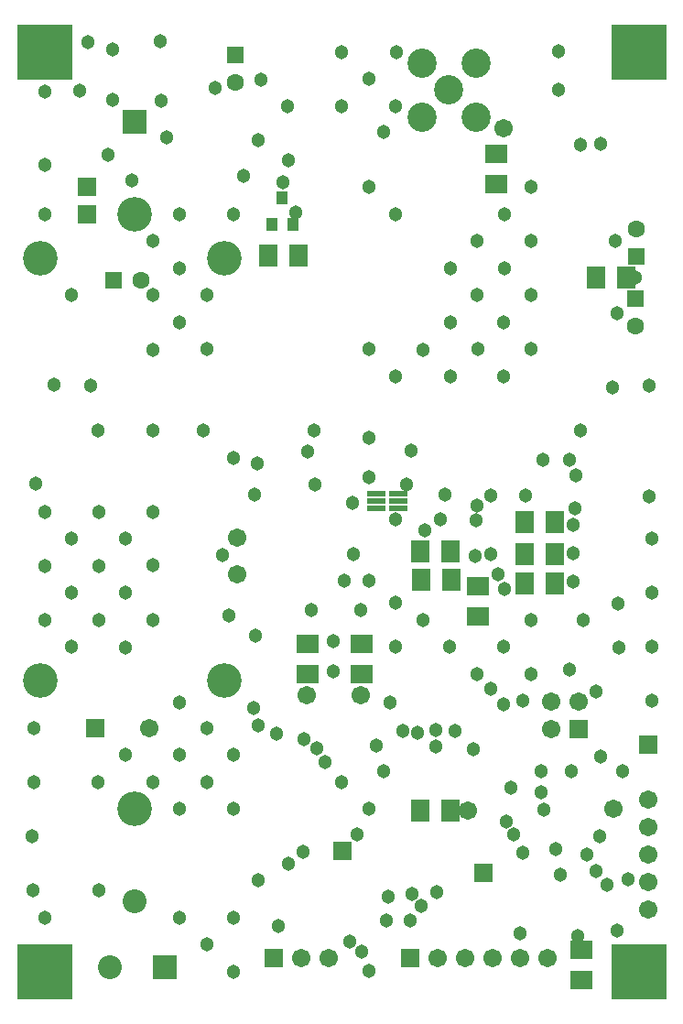
<source format=gbs>
%FSLAX43Y43*%
%MOMM*%
G71*
G01*
G75*
%ADD10C,0.300*%
%ADD11R,1.600X1.800*%
%ADD12C,0.125*%
%ADD13R,1.800X1.600*%
%ADD14R,3.000X1.500*%
%ADD15R,2.300X2.300*%
%ADD16R,2.100X1.050*%
%ADD17R,8.000X3.500*%
%ADD18R,0.550X1.450*%
%ADD19R,3.000X4.000*%
%ADD20R,0.900X0.950*%
%ADD21R,0.900X0.950*%
%ADD22O,0.600X1.600*%
%ADD23O,1.600X0.600*%
%ADD24R,1.600X0.600*%
%ADD25R,10.300X10.500*%
%ADD26C,0.400*%
%ADD27C,0.500*%
%ADD28C,2.000*%
%ADD29C,0.600*%
%ADD30C,1.000*%
%ADD31C,1.500*%
%ADD32R,5.000X5.000*%
%ADD33R,1.500X1.500*%
%ADD34C,1.400*%
%ADD35R,1.400X1.400*%
%ADD36C,2.000*%
%ADD37C,1.500*%
%ADD38C,1.500*%
%ADD39R,1.500X1.500*%
%ADD40C,3.000*%
%ADD41C,2.500*%
%ADD42R,2.000X2.000*%
%ADD43C,1.100*%
%ADD44R,1.500X0.400*%
%ADD45R,1.803X2.003*%
%ADD46R,2.003X1.803*%
%ADD47R,3.203X1.703*%
%ADD48R,2.503X2.503*%
%ADD49R,2.303X1.253*%
%ADD50R,8.203X3.703*%
%ADD51R,0.753X1.653*%
%ADD52R,3.203X4.203*%
%ADD53R,1.103X1.153*%
%ADD54R,1.103X1.153*%
%ADD55O,0.803X1.803*%
%ADD56O,1.803X0.803*%
%ADD57R,1.803X0.803*%
%ADD58R,10.503X10.703*%
%ADD59R,5.203X5.203*%
%ADD60R,1.703X1.703*%
%ADD61C,1.603*%
%ADD62R,1.603X1.603*%
%ADD63C,2.203*%
%ADD64C,1.703*%
%ADD65C,1.703*%
%ADD66R,1.703X1.703*%
%ADD67C,3.203*%
%ADD68C,2.703*%
%ADD69R,2.203X2.203*%
%ADD70C,1.303*%
%ADD71R,1.703X0.603*%
D45*
X23212Y68693D02*
D03*
X26012Y68693D02*
D03*
X37312Y38693D02*
D03*
X40112Y38693D02*
D03*
X49688Y41107D02*
D03*
X46888Y41107D02*
D03*
X49688Y38407D02*
D03*
X46888Y38407D02*
D03*
X40088Y41307D02*
D03*
X37288Y41307D02*
D03*
X49688Y44007D02*
D03*
X46888Y44007D02*
D03*
X37287Y17407D02*
D03*
X40087Y17407D02*
D03*
X53488Y66682D02*
D03*
X56288Y66682D02*
D03*
D46*
X42593Y38088D02*
D03*
X42593Y35288D02*
D03*
X31807Y30012D02*
D03*
X31807Y32812D02*
D03*
X26807Y30012D02*
D03*
X26807Y32812D02*
D03*
X44293Y78088D02*
D03*
Y75288D02*
D03*
X52193Y1688D02*
D03*
Y4488D02*
D03*
D53*
X23558Y71539D02*
D03*
X24508Y74039D02*
D03*
D54*
X25458Y71539D02*
D03*
D59*
X57500Y87500D02*
D03*
Y2500D02*
D03*
X2500D02*
D03*
Y87500D02*
D03*
D60*
X23691Y3711D02*
D03*
X36288D02*
D03*
X7199Y24993D02*
D03*
X6412Y75005D02*
D03*
Y72505D02*
D03*
X43095Y11612D02*
D03*
X30095Y13612D02*
D03*
X51900Y24900D02*
D03*
D61*
X11411Y66392D02*
D03*
X20192Y84689D02*
D03*
X57208Y71111D02*
D03*
X57192Y62189D02*
D03*
D62*
X8911Y66392D02*
D03*
X20192Y87189D02*
D03*
X57208Y68611D02*
D03*
X57192Y64689D02*
D03*
D63*
X8594Y2892D02*
D03*
X10800Y9000D02*
D03*
D64*
X38828Y3711D02*
D03*
X58299Y8267D02*
D03*
X46448Y3711D02*
D03*
X48988D02*
D03*
X12199Y24993D02*
D03*
X31792Y28000D02*
D03*
X26792Y28000D02*
D03*
X58299Y15887D02*
D03*
X28771Y3711D02*
D03*
X26231D02*
D03*
X49360Y24900D02*
D03*
X51900Y27440D02*
D03*
X49360D02*
D03*
X43908Y3711D02*
D03*
X41368D02*
D03*
X41675Y17400D02*
D03*
X55150Y17500D02*
D03*
X44925Y80425D02*
D03*
X20350Y42575D02*
D03*
X20325Y39250D02*
D03*
D65*
X58299Y10807D02*
D03*
X58299Y13347D02*
D03*
X58299Y18427D02*
D03*
D66*
Y23507D02*
D03*
D67*
X10800Y72500D02*
D03*
Y17500D02*
D03*
X2100Y29400D02*
D03*
X19100D02*
D03*
Y68400D02*
D03*
X2100D02*
D03*
D68*
X37400Y86500D02*
D03*
Y81500D02*
D03*
X42400D02*
D03*
X39900Y84000D02*
D03*
X42400Y86500D02*
D03*
D69*
X10800Y81000D02*
D03*
X13594Y2892D02*
D03*
D70*
X53875Y15000D02*
D03*
X45875Y15175D02*
D03*
X26425Y13575D02*
D03*
X31450Y15193D02*
D03*
X34125Y7225D02*
D03*
X24150Y6700D02*
D03*
X28425Y21825D02*
D03*
X38725Y24850D02*
D03*
X51650Y48400D02*
D03*
X58388Y56687D02*
D03*
X38700Y23325D02*
D03*
X53900Y22400D02*
D03*
X51025Y49775D02*
D03*
X55075Y56475D02*
D03*
X30750Y5300D02*
D03*
X31800Y4325D02*
D03*
X27700Y23100D02*
D03*
X33200Y23350D02*
D03*
X36425Y50625D02*
D03*
X26800Y50600D02*
D03*
X24525Y75450D02*
D03*
X30225Y38625D02*
D03*
X32525Y48175D02*
D03*
Y38625D02*
D03*
X44450Y39175D02*
D03*
X51425Y38575D02*
D03*
X35000Y36625D02*
D03*
Y44275D02*
D03*
X45025Y37850D02*
D03*
X51410Y41160D02*
D03*
X36025Y47550D02*
D03*
X47025Y46475D02*
D03*
X43775Y46500D02*
D03*
Y41075D02*
D03*
X42475Y45600D02*
D03*
X51375Y43800D02*
D03*
X58388Y46437D02*
D03*
X22175Y49425D02*
D03*
X22250Y79325D02*
D03*
X33875Y80150D02*
D03*
X8784Y87716D02*
D03*
X53975Y79025D02*
D03*
X18925Y40950D02*
D03*
X25750Y72650D02*
D03*
X21825Y26875D02*
D03*
X34425Y27375D02*
D03*
X22300Y25275D02*
D03*
X44950Y27175D02*
D03*
X23925Y24475D02*
D03*
X35625Y24775D02*
D03*
X26500Y24000D02*
D03*
X37025Y24575D02*
D03*
X40450Y24750D02*
D03*
X42150Y23075D02*
D03*
X37650Y43300D02*
D03*
X52625Y13325D02*
D03*
X53475Y28400D02*
D03*
X43775Y28650D02*
D03*
X37350Y8550D02*
D03*
X38800Y9825D02*
D03*
X56475Y11000D02*
D03*
X54525Y10525D02*
D03*
X36525Y9650D02*
D03*
X48650Y17475D02*
D03*
X48450Y19050D02*
D03*
X51808Y5800D02*
D03*
X57182Y66660D02*
D03*
X42400Y44200D02*
D03*
X39150Y44300D02*
D03*
X33900Y21025D02*
D03*
X29950Y20000D02*
D03*
X32500Y17500D02*
D03*
X45200Y16350D02*
D03*
X46750Y13500D02*
D03*
X45600Y19525D02*
D03*
X5000Y32500D02*
D03*
X7500Y45000D02*
D03*
Y40000D02*
D03*
Y35000D02*
D03*
X2525Y35000D02*
D03*
Y40000D02*
D03*
Y45000D02*
D03*
X10025Y42500D02*
D03*
X9975Y37500D02*
D03*
X10000Y32450D02*
D03*
X12500Y35000D02*
D03*
Y40025D02*
D03*
X12500Y45000D02*
D03*
X17500Y24975D02*
D03*
X17525Y20000D02*
D03*
X17500Y5000D02*
D03*
X20025Y2500D02*
D03*
X20000Y7500D02*
D03*
X25025Y12500D02*
D03*
X15000Y7500D02*
D03*
X15000Y17525D02*
D03*
X15000Y22500D02*
D03*
X20000D02*
D03*
X20000Y17500D02*
D03*
X15000Y27400D02*
D03*
X12500Y20000D02*
D03*
X7475D02*
D03*
X10000Y22500D02*
D03*
X7500Y10000D02*
D03*
X2500Y7475D02*
D03*
X1525Y25000D02*
D03*
X1500Y20000D02*
D03*
X1375Y15000D02*
D03*
X1400Y10000D02*
D03*
X32500Y2525D02*
D03*
X34300Y9450D02*
D03*
X36300Y7250D02*
D03*
X46500Y6050D02*
D03*
X55425Y6300D02*
D03*
X53475Y11800D02*
D03*
X48400Y21025D02*
D03*
X51225Y21000D02*
D03*
X56000Y20975D02*
D03*
X55600Y32475D02*
D03*
X52300Y35000D02*
D03*
X55525Y36500D02*
D03*
X58675Y27500D02*
D03*
X58650Y32500D02*
D03*
X58700Y37500D02*
D03*
X58675Y42500D02*
D03*
X48600Y49825D02*
D03*
X52050Y52500D02*
D03*
X51525Y45300D02*
D03*
X39500Y46550D02*
D03*
X42300Y40875D02*
D03*
X35000Y32500D02*
D03*
X37500Y35000D02*
D03*
X40000Y32500D02*
D03*
X45000D02*
D03*
X47525Y35000D02*
D03*
Y30000D02*
D03*
X42525D02*
D03*
X46775Y27500D02*
D03*
X51075Y30400D02*
D03*
X29200Y30250D02*
D03*
Y33075D02*
D03*
X31750Y35900D02*
D03*
X27200Y35950D02*
D03*
X19575Y35400D02*
D03*
X22000Y33550D02*
D03*
X31075Y41100D02*
D03*
X31025Y45800D02*
D03*
X27500Y47500D02*
D03*
X21900Y46550D02*
D03*
X20000Y50000D02*
D03*
X17225Y52500D02*
D03*
X12500Y52475D02*
D03*
X7475Y52500D02*
D03*
X3375Y56700D02*
D03*
X6800Y56675D02*
D03*
X12500Y59975D02*
D03*
X17525Y60000D02*
D03*
X14975Y62500D02*
D03*
X17500Y65000D02*
D03*
X12500D02*
D03*
X15000Y67500D02*
D03*
X5000Y65000D02*
D03*
X15000Y72500D02*
D03*
X20000Y72525D02*
D03*
X12525Y70000D02*
D03*
X2525Y72500D02*
D03*
X10550Y75600D02*
D03*
X8350Y78000D02*
D03*
X2525Y83800D02*
D03*
X5750Y83900D02*
D03*
X6500Y88375D02*
D03*
X8825Y83100D02*
D03*
X13825Y79600D02*
D03*
X13300Y83025D02*
D03*
X13200Y88525D02*
D03*
X18300Y84150D02*
D03*
X20900Y76050D02*
D03*
X22500Y84975D02*
D03*
X25000Y82500D02*
D03*
X29975D02*
D03*
X30000Y87500D02*
D03*
X32525Y85000D02*
D03*
X35000Y82500D02*
D03*
X35025Y87500D02*
D03*
D03*
X25025Y77500D02*
D03*
X50000Y87575D02*
D03*
X50050Y84000D02*
D03*
X52100Y78950D02*
D03*
X55500Y63325D02*
D03*
X55300Y70050D02*
D03*
X27475Y52500D02*
D03*
X32500Y51850D02*
D03*
X32525Y75000D02*
D03*
X35000Y72500D02*
D03*
X35000Y57475D02*
D03*
X40025Y57500D02*
D03*
X45000Y57500D02*
D03*
Y62525D02*
D03*
X47525Y65000D02*
D03*
X45025Y67500D02*
D03*
X47475Y70000D02*
D03*
X45025Y72500D02*
D03*
X47475Y75000D02*
D03*
X42475Y70000D02*
D03*
Y65000D02*
D03*
X42550Y60000D02*
D03*
X37500Y59950D02*
D03*
X32475Y60000D02*
D03*
X40025Y62500D02*
D03*
Y67500D02*
D03*
X22300Y10975D02*
D03*
X47500Y60025D02*
D03*
X2500Y77075D02*
D03*
X50200Y11475D02*
D03*
X49800Y13850D02*
D03*
X5000Y37500D02*
D03*
X5000Y42500D02*
D03*
X1700Y47625D02*
D03*
D71*
X33200Y45350D02*
D03*
X35200D02*
D03*
Y46000D02*
D03*
Y46650D02*
D03*
X33200D02*
D03*
Y46000D02*
D03*
M02*

</source>
